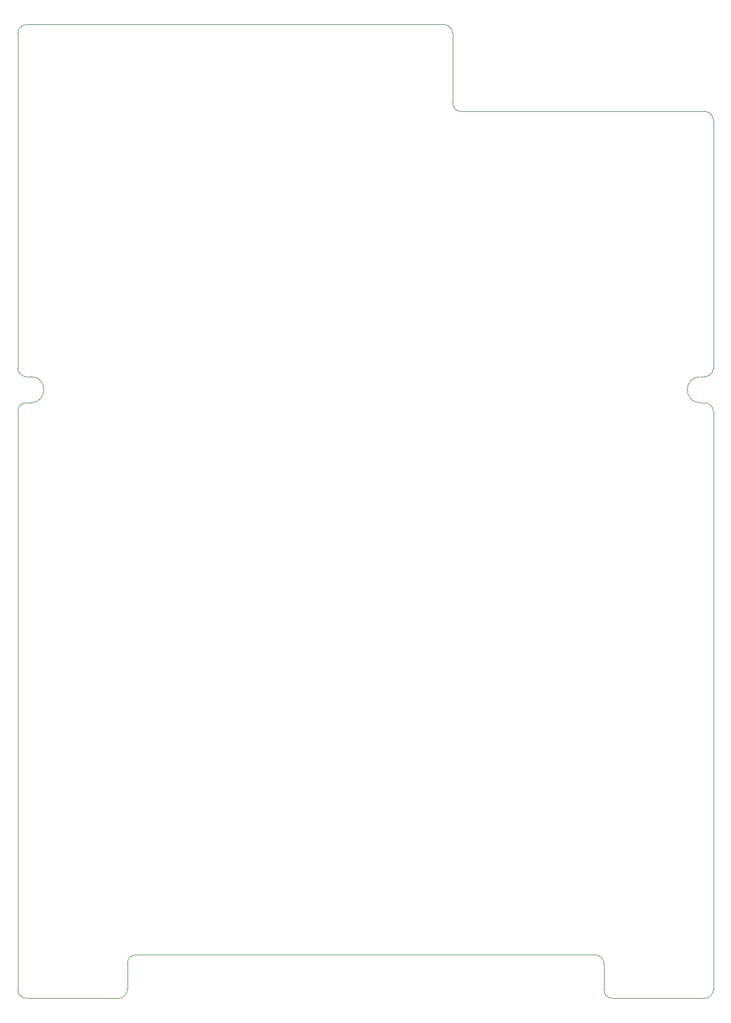
<source format=gm1>
G04 #@! TF.FileFunction,Profile,NP*
%FSLAX46Y46*%
G04 Gerber Fmt 4.6, Leading zero omitted, Abs format (unit mm)*
G04 Created by KiCad (PCBNEW 4.0.7) date Monday, June 18, 2018 'PMt' 03:40:44 PM*
%MOMM*%
%LPD*%
G01*
G04 APERTURE LIST*
%ADD10C,0.020000*%
%ADD11C,0.100000*%
G04 APERTURE END LIST*
D10*
D11*
X36068000Y-88900000D02*
X49530000Y-88900000D01*
X34798000Y-83820000D02*
X34798000Y-87630000D01*
X-33528000Y-82550000D02*
X33528000Y-82550000D01*
X-34798000Y-83820000D02*
X-34798000Y-87630000D01*
X34798000Y-83820000D02*
G75*
G03X33528000Y-82550000I-1270000J0D01*
G01*
X34798000Y-87630000D02*
G75*
G03X36068000Y-88900000I1270000J0D01*
G01*
X-33530217Y-82550002D02*
G75*
G03X-34798000Y-83820000I2217J-1269998D01*
G01*
X-34798000Y-87630000D02*
G75*
G02X-36068000Y-88900000I-1270000J0D01*
G01*
X-50800000Y-3175000D02*
G75*
G02X-49530000Y-1905000I1270000J0D01*
G01*
X-49530000Y-1905000D02*
X-48895000Y-1905000D01*
X-48895000Y1905000D02*
G75*
G02X-48895000Y-1905000I0J-1905000D01*
G01*
X-48895000Y1905000D02*
X-49530000Y1905000D01*
X-49530000Y1905000D02*
G75*
G02X-50800000Y3175000I0J1270000D01*
G01*
X-50800000Y52070000D02*
X-50800000Y3175000D01*
X-50800000Y52070000D02*
G75*
G02X-49530000Y53340000I1270000J0D01*
G01*
X11430000Y53340000D02*
X-49530000Y53340000D01*
X11430000Y53340000D02*
G75*
G02X12700000Y52070000I0J-1270000D01*
G01*
X12700000Y52070000D02*
X12700000Y41910000D01*
X13970000Y40640000D02*
G75*
G02X12700000Y41910000I0J1270000D01*
G01*
X13970000Y40640000D02*
X49530000Y40640000D01*
X49530000Y40640000D02*
G75*
G02X50800000Y39370000I0J-1270000D01*
G01*
X50800000Y3175000D02*
X50800000Y39370000D01*
X50800000Y3175000D02*
G75*
G02X49530000Y1905000I-1270000J0D01*
G01*
X48895000Y1905000D02*
X49530000Y1905000D01*
X48895000Y-1905000D02*
G75*
G02X48895000Y1905000I0J1905000D01*
G01*
X49530000Y-1905000D02*
X48895000Y-1905000D01*
X49530000Y-1905000D02*
G75*
G02X50800000Y-3175000I0J-1270000D01*
G01*
X50800000Y-87630000D02*
X50800000Y-3175000D01*
X50800000Y-87630000D02*
G75*
G02X49530000Y-88900000I-1270000J0D01*
G01*
X-49530000Y-88900000D02*
X-36068000Y-88900000D01*
X-49530000Y-88900000D02*
G75*
G02X-50800000Y-87630000I0J1270000D01*
G01*
X-50800000Y-3175000D02*
X-50800000Y-87630000D01*
M02*

</source>
